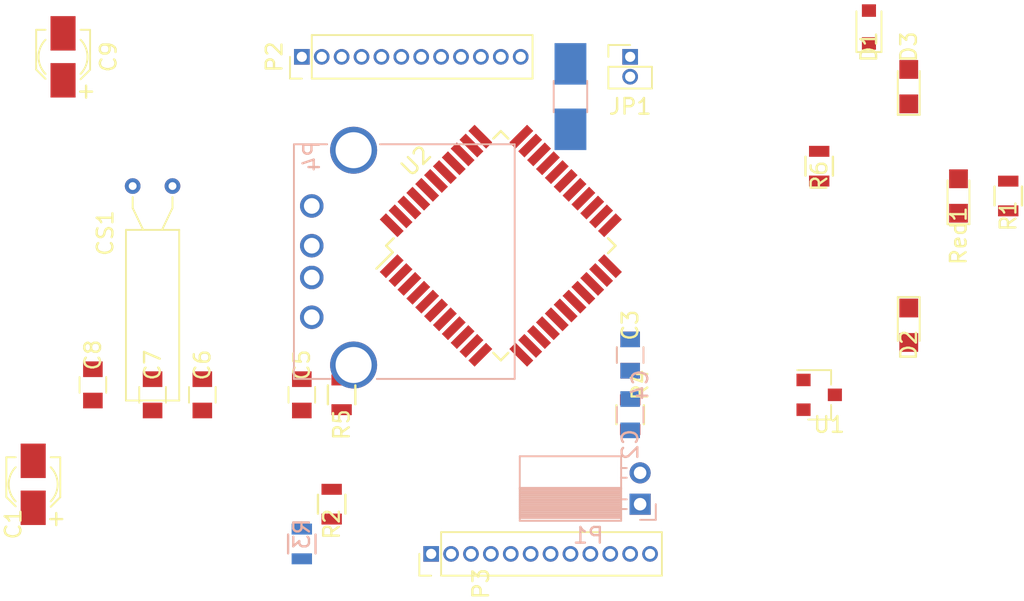
<source format=kicad_pcb>
(kicad_pcb (version 4) (host pcbnew 4.0.5)

  (general
    (links 78)
    (no_connects 78)
    (area 66.280667 38.975666 95.051 77.631001)
    (thickness 1.6)
    (drawings 6)
    (tracks 0)
    (zones 0)
    (modules 28)
    (nets 44)
  )

  (page A4)
  (layers
    (0 F.Cu signal)
    (31 B.Cu signal)
    (32 B.Adhes user)
    (33 F.Adhes user)
    (34 B.Paste user)
    (35 F.Paste user)
    (36 B.SilkS user)
    (37 F.SilkS user)
    (38 B.Mask user)
    (39 F.Mask user)
    (40 Dwgs.User user)
    (41 Cmts.User user)
    (42 Eco1.User user hide)
    (43 Eco2.User user)
    (44 Edge.Cuts user)
    (45 Margin user)
    (46 B.CrtYd user)
    (47 F.CrtYd user)
    (48 B.Fab user)
    (49 F.Fab user)
  )

  (setup
    (last_trace_width 0.006)
    (trace_clearance 0.006)
    (zone_clearance 0.508)
    (zone_45_only no)
    (trace_min 0.006)
    (segment_width 0.2)
    (edge_width 0.15)
    (via_size 0.0027)
    (via_drill 0.0013)
    (via_min_size 0.0027)
    (via_min_drill 0.0013)
    (uvia_size 0.003)
    (uvia_drill 0.002)
    (uvias_allowed no)
    (uvia_min_size 0.003)
    (uvia_min_drill 0.002)
    (pcb_text_width 0.3)
    (pcb_text_size 1.5 1.5)
    (mod_edge_width 0.15)
    (mod_text_size 1 1)
    (mod_text_width 0.15)
    (pad_size 1.524 1.524)
    (pad_drill 0.762)
    (pad_to_mask_clearance 0.2)
    (aux_axis_origin 0 0)
    (visible_elements FFFFFF7F)
    (pcbplotparams
      (layerselection 0x00030_80000001)
      (usegerberextensions false)
      (excludeedgelayer true)
      (linewidth 0.100000)
      (plotframeref false)
      (viasonmask false)
      (mode 1)
      (useauxorigin false)
      (hpglpennumber 1)
      (hpglpenspeed 20)
      (hpglpendiameter 15)
      (hpglpenoverlay 2)
      (psnegative false)
      (psa4output false)
      (plotreference true)
      (plotvalue true)
      (plotinvisibletext false)
      (padsonsilk false)
      (subtractmaskfromsilk false)
      (outputformat 1)
      (mirror false)
      (drillshape 1)
      (scaleselection 1)
      (outputdirectory ""))
  )

  (net 0 "")
  (net 1 GND)
  (net 2 /RAW)
  (net 3 VCC)
  (net 4 "Net-(C5-Pad1)")
  (net 5 "Net-(C6-Pad1)")
  (net 6 "Net-(C7-Pad1)")
  (net 7 "Net-(C8-Pad1)")
  (net 8 "Net-(D1-Pad2)")
  (net 9 "Net-(D2-Pad1)")
  (net 10 "Net-(D3-Pad1)")
  (net 11 /D9)
  (net 12 /D8)
  (net 13 /D7)
  (net 14 /D6)
  (net 15 /D5)
  (net 16 /D4)
  (net 17 /D3)
  (net 18 /D2)
  (net 19 /RXI)
  (net 20 /TX0)
  (net 21 "Net-(P3-Pad3)")
  (net 22 /A3)
  (net 23 /A2)
  (net 24 /A1)
  (net 25 /A0)
  (net 26 /SCK)
  (net 27 /MISO)
  (net 28 /MOSI)
  (net 29 /D10)
  (net 30 "Net-(P4-Pad3)")
  (net 31 "Net-(P4-Pad2)")
  (net 32 "Net-(R1-Pad2)")
  (net 33 /D+)
  (net 34 /D-)
  (net 35 "Net-(R4-Pad2)")
  (net 36 /D14)
  (net 37 "Net-(R6-Pad1)")
  (net 38 "Net-(U2-Pad12)")
  (net 39 "Net-(U2-Pad26)")
  (net 40 "Net-(U2-Pad32)")
  (net 41 "Net-(U2-Pad40)")
  (net 42 "Net-(U2-Pad41)")
  (net 43 /UVCC)

  (net_class Default "Esta é a classe de net default."
    (clearance 0.006)
    (trace_width 0.006)
    (via_dia 0.0027)
    (via_drill 0.0013)
    (uvia_dia 0.003)
    (uvia_drill 0.002)
    (add_net /A0)
    (add_net /A1)
    (add_net /A2)
    (add_net /A3)
    (add_net /D+)
    (add_net /D-)
    (add_net /D10)
    (add_net /D14)
    (add_net /D2)
    (add_net /D3)
    (add_net /D4)
    (add_net /D5)
    (add_net /D6)
    (add_net /D7)
    (add_net /D8)
    (add_net /D9)
    (add_net /MISO)
    (add_net /MOSI)
    (add_net /RAW)
    (add_net /RXI)
    (add_net /SCK)
    (add_net /TX0)
    (add_net /UVCC)
    (add_net "Net-(C5-Pad1)")
    (add_net "Net-(C6-Pad1)")
    (add_net "Net-(C7-Pad1)")
    (add_net "Net-(C8-Pad1)")
    (add_net "Net-(D1-Pad2)")
    (add_net "Net-(D2-Pad1)")
    (add_net "Net-(D3-Pad1)")
    (add_net "Net-(P3-Pad3)")
    (add_net "Net-(P4-Pad2)")
    (add_net "Net-(P4-Pad3)")
    (add_net "Net-(R1-Pad2)")
    (add_net "Net-(R4-Pad2)")
    (add_net "Net-(R6-Pad1)")
    (add_net "Net-(U2-Pad12)")
    (add_net "Net-(U2-Pad26)")
    (add_net "Net-(U2-Pad32)")
    (add_net "Net-(U2-Pad40)")
    (add_net "Net-(U2-Pad41)")
  )

  (net_class Power ""
    (clearance 0.006)
    (trace_width 0.01)
    (via_dia 0.034)
    (via_drill 0.02)
    (uvia_dia 0.03)
    (uvia_drill 0.02)
    (add_net GND)
    (add_net VCC)
  )

  (module Capacitors_SMD:CP_Elec_3x5.3 (layer F.Cu) (tedit 58A65AD9) (tstamp 58A64A24)
    (at 53.34 71.12 90)
    (descr "SMT capacitor, aluminium electrolytic, 3x5.3")
    (path /58A650FB)
    (attr smd)
    (fp_text reference C1 (at -2.54 -1.27 90) (layer F.SilkS)
      (effects (font (size 1 1) (thickness 0.15)))
    )
    (fp_text value 10uF (at -0.635 -1.27 90) (layer F.Fab) hide
      (effects (font (size 1 1) (thickness 0.15)))
    )
    (fp_line (start -1.5621 -0.7493) (end -1.5621 0.7747) (layer F.Fab) (width 0.1))
    (fp_line (start -0.7493 -1.5621) (end -1.5621 -0.7493) (layer F.Fab) (width 0.1))
    (fp_line (start -0.762 1.5748) (end -1.5621 0.7747) (layer F.Fab) (width 0.1))
    (fp_line (start 1.5748 1.5748) (end 1.5748 -1.5621) (layer F.Fab) (width 0.1))
    (fp_line (start 1.5621 1.5748) (end -0.762 1.5748) (layer F.Fab) (width 0.1))
    (fp_line (start 1.5748 -1.5621) (end -0.7493 -1.5621) (layer F.Fab) (width 0.1))
    (fp_line (start -0.8255 1.7272) (end -1.4351 1.1176) (layer F.SilkS) (width 0.12))
    (fp_line (start 1.7272 1.7272) (end 1.7272 1.1176) (layer F.SilkS) (width 0.12))
    (fp_line (start -0.8128 -1.7145) (end -1.4097 -1.1176) (layer F.SilkS) (width 0.12))
    (fp_line (start 1.7272 -1.7145) (end 1.7272 -1.1176) (layer F.SilkS) (width 0.12))
    (fp_text user + (at -0.9398 -0.0762 90) (layer F.Fab)
      (effects (font (size 1 1) (thickness 0.15)))
    )
    (fp_text user + (at -2.2225 1.397 90) (layer F.SilkS)
      (effects (font (size 1 1) (thickness 0.15)))
    )
    (fp_arc (start 0 0) (end -1.0922 -1.1176) (angle 88.7) (layer F.SilkS) (width 0.12))
    (fp_arc (start 0 0) (end 1.0922 1.1176) (angle 88.7) (layer F.SilkS) (width 0.12))
    (fp_line (start -2.8 2.05) (end 2.8 2.05) (layer F.CrtYd) (width 0.05))
    (fp_line (start 2.8 2.05) (end 2.8 -2.05) (layer F.CrtYd) (width 0.05))
    (fp_line (start 2.8 -2.05) (end -2.8 -2.05) (layer F.CrtYd) (width 0.05))
    (fp_line (start -2.8 -2.05) (end -2.8 2.05) (layer F.CrtYd) (width 0.05))
    (fp_line (start -0.8255 1.7272) (end 1.7145 1.7272) (layer F.SilkS) (width 0.12))
    (fp_line (start 1.7272 -1.7145) (end -0.8128 -1.7145) (layer F.SilkS) (width 0.12))
    (pad 2 smd rect (at 1.5 0 90) (size 2.2 1.6) (layers F.Cu F.Paste F.Mask)
      (net 1 GND))
    (pad 1 smd rect (at -1.5 0 90) (size 2.2 1.6) (layers F.Cu F.Paste F.Mask)
      (net 2 /RAW))
    (model Capacitors_SMD.3dshapes/CP_Elec_3x5.3.wrl
      (at (xyz 0 0 0))
      (scale (xyz 1 1 1))
      (rotate (xyz 0 0 180))
    )
  )

  (module Capacitors_SMD:C_0805 (layer B.Cu) (tedit 58A65A9C) (tstamp 58A64A2A)
    (at 91.44 66.675 270)
    (descr "Capacitor SMD 0805, reflow soldering, AVX (see smccp.pdf)")
    (tags "capacitor 0805")
    (path /58A35373)
    (attr smd)
    (fp_text reference C2 (at 1.905 0 270) (layer B.SilkS)
      (effects (font (size 1 1) (thickness 0.15)) (justify mirror))
    )
    (fp_text value 1uF (at 0 -2.1 270) (layer B.Fab) hide
      (effects (font (size 1 1) (thickness 0.15)) (justify mirror))
    )
    (fp_line (start -1 -0.625) (end -1 0.625) (layer B.Fab) (width 0.1))
    (fp_line (start 1 -0.625) (end -1 -0.625) (layer B.Fab) (width 0.1))
    (fp_line (start 1 0.625) (end 1 -0.625) (layer B.Fab) (width 0.1))
    (fp_line (start -1 0.625) (end 1 0.625) (layer B.Fab) (width 0.1))
    (fp_line (start -1.8 1) (end 1.8 1) (layer B.CrtYd) (width 0.05))
    (fp_line (start -1.8 -1) (end 1.8 -1) (layer B.CrtYd) (width 0.05))
    (fp_line (start -1.8 1) (end -1.8 -1) (layer B.CrtYd) (width 0.05))
    (fp_line (start 1.8 1) (end 1.8 -1) (layer B.CrtYd) (width 0.05))
    (fp_line (start 0.5 0.85) (end -0.5 0.85) (layer B.SilkS) (width 0.12))
    (fp_line (start -0.5 -0.85) (end 0.5 -0.85) (layer B.SilkS) (width 0.12))
    (pad 1 smd rect (at -1 0 270) (size 1 1.25) (layers B.Cu B.Paste B.Mask)
      (net 3 VCC))
    (pad 2 smd rect (at 1 0 270) (size 1 1.25) (layers B.Cu B.Paste B.Mask)
      (net 1 GND))
    (model Capacitors_SMD.3dshapes/C_0805.wrl
      (at (xyz 0 0 0))
      (scale (xyz 1 1 1))
      (rotate (xyz 0 0 0))
    )
  )

  (module Capacitors_SMD:C_0805 (layer F.Cu) (tedit 58A65AA8) (tstamp 58A64A30)
    (at 91.44 62.865 90)
    (descr "Capacitor SMD 0805, reflow soldering, AVX (see smccp.pdf)")
    (tags "capacitor 0805")
    (path /58A3539E)
    (attr smd)
    (fp_text reference C3 (at 1.905 0 90) (layer F.SilkS)
      (effects (font (size 1 1) (thickness 0.15)))
    )
    (fp_text value 0,1uF (at 0 2.1 90) (layer F.Fab) hide
      (effects (font (size 1 1) (thickness 0.15)))
    )
    (fp_line (start -1 0.625) (end -1 -0.625) (layer F.Fab) (width 0.1))
    (fp_line (start 1 0.625) (end -1 0.625) (layer F.Fab) (width 0.1))
    (fp_line (start 1 -0.625) (end 1 0.625) (layer F.Fab) (width 0.1))
    (fp_line (start -1 -0.625) (end 1 -0.625) (layer F.Fab) (width 0.1))
    (fp_line (start -1.8 -1) (end 1.8 -1) (layer F.CrtYd) (width 0.05))
    (fp_line (start -1.8 1) (end 1.8 1) (layer F.CrtYd) (width 0.05))
    (fp_line (start -1.8 -1) (end -1.8 1) (layer F.CrtYd) (width 0.05))
    (fp_line (start 1.8 -1) (end 1.8 1) (layer F.CrtYd) (width 0.05))
    (fp_line (start 0.5 -0.85) (end -0.5 -0.85) (layer F.SilkS) (width 0.12))
    (fp_line (start -0.5 0.85) (end 0.5 0.85) (layer F.SilkS) (width 0.12))
    (pad 1 smd rect (at -1 0 90) (size 1 1.25) (layers F.Cu F.Paste F.Mask)
      (net 3 VCC))
    (pad 2 smd rect (at 1 0 90) (size 1 1.25) (layers F.Cu F.Paste F.Mask)
      (net 1 GND))
    (model Capacitors_SMD.3dshapes/C_0805.wrl
      (at (xyz 0 0 0))
      (scale (xyz 1 1 1))
      (rotate (xyz 0 0 0))
    )
  )

  (module Capacitors_SMD:C_0805 (layer B.Cu) (tedit 58A65DA7) (tstamp 58A64A36)
    (at 91.44 62.865 270)
    (descr "Capacitor SMD 0805, reflow soldering, AVX (see smccp.pdf)")
    (tags "capacitor 0805")
    (path /58A3826B)
    (attr smd)
    (fp_text reference C4 (at 1.905 -0.635 270) (layer B.SilkS)
      (effects (font (size 1 1) (thickness 0.15)) (justify mirror))
    )
    (fp_text value 1uF (at 0 -2.1 270) (layer B.Fab) hide
      (effects (font (size 1 1) (thickness 0.15)) (justify mirror))
    )
    (fp_line (start -1 -0.625) (end -1 0.625) (layer B.Fab) (width 0.1))
    (fp_line (start 1 -0.625) (end -1 -0.625) (layer B.Fab) (width 0.1))
    (fp_line (start 1 0.625) (end 1 -0.625) (layer B.Fab) (width 0.1))
    (fp_line (start -1 0.625) (end 1 0.625) (layer B.Fab) (width 0.1))
    (fp_line (start -1.8 1) (end 1.8 1) (layer B.CrtYd) (width 0.05))
    (fp_line (start -1.8 -1) (end 1.8 -1) (layer B.CrtYd) (width 0.05))
    (fp_line (start -1.8 1) (end -1.8 -1) (layer B.CrtYd) (width 0.05))
    (fp_line (start 1.8 1) (end 1.8 -1) (layer B.CrtYd) (width 0.05))
    (fp_line (start 0.5 0.85) (end -0.5 0.85) (layer B.SilkS) (width 0.12))
    (fp_line (start -0.5 -0.85) (end 0.5 -0.85) (layer B.SilkS) (width 0.12))
    (pad 1 smd rect (at -1 0 270) (size 1 1.25) (layers B.Cu B.Paste B.Mask)
      (net 43 /UVCC))
    (pad 2 smd rect (at 1 0 270) (size 1 1.25) (layers B.Cu B.Paste B.Mask)
      (net 1 GND))
    (model Capacitors_SMD.3dshapes/C_0805.wrl
      (at (xyz 0 0 0))
      (scale (xyz 1 1 1))
      (rotate (xyz 0 0 0))
    )
  )

  (module Capacitors_SMD:C_0805 (layer F.Cu) (tedit 58A65A79) (tstamp 58A64A3C)
    (at 70.485 65.405 270)
    (descr "Capacitor SMD 0805, reflow soldering, AVX (see smccp.pdf)")
    (tags "capacitor 0805")
    (path /58A382EE)
    (attr smd)
    (fp_text reference C5 (at -1.905 0 270) (layer F.SilkS)
      (effects (font (size 1 1) (thickness 0.15)))
    )
    (fp_text value 1uF (at 0 2.1 270) (layer F.Fab) hide
      (effects (font (size 1 1) (thickness 0.15)))
    )
    (fp_line (start -1 0.625) (end -1 -0.625) (layer F.Fab) (width 0.1))
    (fp_line (start 1 0.625) (end -1 0.625) (layer F.Fab) (width 0.1))
    (fp_line (start 1 -0.625) (end 1 0.625) (layer F.Fab) (width 0.1))
    (fp_line (start -1 -0.625) (end 1 -0.625) (layer F.Fab) (width 0.1))
    (fp_line (start -1.8 -1) (end 1.8 -1) (layer F.CrtYd) (width 0.05))
    (fp_line (start -1.8 1) (end 1.8 1) (layer F.CrtYd) (width 0.05))
    (fp_line (start -1.8 -1) (end -1.8 1) (layer F.CrtYd) (width 0.05))
    (fp_line (start 1.8 -1) (end 1.8 1) (layer F.CrtYd) (width 0.05))
    (fp_line (start 0.5 -0.85) (end -0.5 -0.85) (layer F.SilkS) (width 0.12))
    (fp_line (start -0.5 0.85) (end 0.5 0.85) (layer F.SilkS) (width 0.12))
    (pad 1 smd rect (at -1 0 270) (size 1 1.25) (layers F.Cu F.Paste F.Mask)
      (net 4 "Net-(C5-Pad1)"))
    (pad 2 smd rect (at 1 0 270) (size 1 1.25) (layers F.Cu F.Paste F.Mask)
      (net 1 GND))
    (model Capacitors_SMD.3dshapes/C_0805.wrl
      (at (xyz 0 0 0))
      (scale (xyz 1 1 1))
      (rotate (xyz 0 0 0))
    )
  )

  (module Capacitors_SMD:C_0805 (layer F.Cu) (tedit 58A65A7D) (tstamp 58A64A42)
    (at 64.135 65.405 270)
    (descr "Capacitor SMD 0805, reflow soldering, AVX (see smccp.pdf)")
    (tags "capacitor 0805")
    (path /58A3820C)
    (attr smd)
    (fp_text reference C6 (at -1.905 0 270) (layer F.SilkS)
      (effects (font (size 1 1) (thickness 0.15)))
    )
    (fp_text value 0,1uF (at 0 2.1 270) (layer F.Fab) hide
      (effects (font (size 1 1) (thickness 0.15)))
    )
    (fp_line (start -1 0.625) (end -1 -0.625) (layer F.Fab) (width 0.1))
    (fp_line (start 1 0.625) (end -1 0.625) (layer F.Fab) (width 0.1))
    (fp_line (start 1 -0.625) (end 1 0.625) (layer F.Fab) (width 0.1))
    (fp_line (start -1 -0.625) (end 1 -0.625) (layer F.Fab) (width 0.1))
    (fp_line (start -1.8 -1) (end 1.8 -1) (layer F.CrtYd) (width 0.05))
    (fp_line (start -1.8 1) (end 1.8 1) (layer F.CrtYd) (width 0.05))
    (fp_line (start -1.8 -1) (end -1.8 1) (layer F.CrtYd) (width 0.05))
    (fp_line (start 1.8 -1) (end 1.8 1) (layer F.CrtYd) (width 0.05))
    (fp_line (start 0.5 -0.85) (end -0.5 -0.85) (layer F.SilkS) (width 0.12))
    (fp_line (start -0.5 0.85) (end 0.5 0.85) (layer F.SilkS) (width 0.12))
    (pad 1 smd rect (at -1 0 270) (size 1 1.25) (layers F.Cu F.Paste F.Mask)
      (net 5 "Net-(C6-Pad1)"))
    (pad 2 smd rect (at 1 0 270) (size 1 1.25) (layers F.Cu F.Paste F.Mask)
      (net 1 GND))
    (model Capacitors_SMD.3dshapes/C_0805.wrl
      (at (xyz 0 0 0))
      (scale (xyz 1 1 1))
      (rotate (xyz 0 0 0))
    )
  )

  (module Capacitors_SMD:C_0805 (layer F.Cu) (tedit 58A65A81) (tstamp 58A64A48)
    (at 60.96 65.405 270)
    (descr "Capacitor SMD 0805, reflow soldering, AVX (see smccp.pdf)")
    (tags "capacitor 0805")
    (path /58A38342)
    (attr smd)
    (fp_text reference C7 (at -1.905 0 270) (layer F.SilkS)
      (effects (font (size 1 1) (thickness 0.15)))
    )
    (fp_text value 22pF (at 0 2.1 270) (layer F.Fab) hide
      (effects (font (size 1 1) (thickness 0.15)))
    )
    (fp_line (start -1 0.625) (end -1 -0.625) (layer F.Fab) (width 0.1))
    (fp_line (start 1 0.625) (end -1 0.625) (layer F.Fab) (width 0.1))
    (fp_line (start 1 -0.625) (end 1 0.625) (layer F.Fab) (width 0.1))
    (fp_line (start -1 -0.625) (end 1 -0.625) (layer F.Fab) (width 0.1))
    (fp_line (start -1.8 -1) (end 1.8 -1) (layer F.CrtYd) (width 0.05))
    (fp_line (start -1.8 1) (end 1.8 1) (layer F.CrtYd) (width 0.05))
    (fp_line (start -1.8 -1) (end -1.8 1) (layer F.CrtYd) (width 0.05))
    (fp_line (start 1.8 -1) (end 1.8 1) (layer F.CrtYd) (width 0.05))
    (fp_line (start 0.5 -0.85) (end -0.5 -0.85) (layer F.SilkS) (width 0.12))
    (fp_line (start -0.5 0.85) (end 0.5 0.85) (layer F.SilkS) (width 0.12))
    (pad 1 smd rect (at -1 0 270) (size 1 1.25) (layers F.Cu F.Paste F.Mask)
      (net 6 "Net-(C7-Pad1)"))
    (pad 2 smd rect (at 1 0 270) (size 1 1.25) (layers F.Cu F.Paste F.Mask)
      (net 1 GND))
    (model Capacitors_SMD.3dshapes/C_0805.wrl
      (at (xyz 0 0 0))
      (scale (xyz 1 1 1))
      (rotate (xyz 0 0 0))
    )
  )

  (module Capacitors_SMD:C_0805 (layer F.Cu) (tedit 58A65A85) (tstamp 58A64A4E)
    (at 57.15 64.77 270)
    (descr "Capacitor SMD 0805, reflow soldering, AVX (see smccp.pdf)")
    (tags "capacitor 0805")
    (path /58A38388)
    (attr smd)
    (fp_text reference C8 (at -1.905 0 270) (layer F.SilkS)
      (effects (font (size 1 1) (thickness 0.15)))
    )
    (fp_text value 22pF (at 0 2.1 270) (layer F.Fab) hide
      (effects (font (size 1 1) (thickness 0.15)))
    )
    (fp_line (start -1 0.625) (end -1 -0.625) (layer F.Fab) (width 0.1))
    (fp_line (start 1 0.625) (end -1 0.625) (layer F.Fab) (width 0.1))
    (fp_line (start 1 -0.625) (end 1 0.625) (layer F.Fab) (width 0.1))
    (fp_line (start -1 -0.625) (end 1 -0.625) (layer F.Fab) (width 0.1))
    (fp_line (start -1.8 -1) (end 1.8 -1) (layer F.CrtYd) (width 0.05))
    (fp_line (start -1.8 1) (end 1.8 1) (layer F.CrtYd) (width 0.05))
    (fp_line (start -1.8 -1) (end -1.8 1) (layer F.CrtYd) (width 0.05))
    (fp_line (start 1.8 -1) (end 1.8 1) (layer F.CrtYd) (width 0.05))
    (fp_line (start 0.5 -0.85) (end -0.5 -0.85) (layer F.SilkS) (width 0.12))
    (fp_line (start -0.5 0.85) (end 0.5 0.85) (layer F.SilkS) (width 0.12))
    (pad 1 smd rect (at -1 0 270) (size 1 1.25) (layers F.Cu F.Paste F.Mask)
      (net 7 "Net-(C8-Pad1)"))
    (pad 2 smd rect (at 1 0 270) (size 1 1.25) (layers F.Cu F.Paste F.Mask)
      (net 1 GND))
    (model Capacitors_SMD.3dshapes/C_0805.wrl
      (at (xyz 0 0 0))
      (scale (xyz 1 1 1))
      (rotate (xyz 0 0 0))
    )
  )

  (module Capacitors_SMD:CP_Elec_3x5.3 (layer F.Cu) (tedit 58A66244) (tstamp 58A64A54)
    (at 55.245 43.815 90)
    (descr "SMT capacitor, aluminium electrolytic, 3x5.3")
    (path /58A6554E)
    (attr smd)
    (fp_text reference C9 (at 0 2.8956 90) (layer F.SilkS)
      (effects (font (size 1 1) (thickness 0.15)))
    )
    (fp_text value 10uF (at -0.0254 -2.8956 90) (layer F.Fab) hide
      (effects (font (size 1 1) (thickness 0.15)))
    )
    (fp_line (start -1.5621 -0.7493) (end -1.5621 0.7747) (layer F.Fab) (width 0.1))
    (fp_line (start -0.7493 -1.5621) (end -1.5621 -0.7493) (layer F.Fab) (width 0.1))
    (fp_line (start -0.762 1.5748) (end -1.5621 0.7747) (layer F.Fab) (width 0.1))
    (fp_line (start 1.5748 1.5748) (end 1.5748 -1.5621) (layer F.Fab) (width 0.1))
    (fp_line (start 1.5621 1.5748) (end -0.762 1.5748) (layer F.Fab) (width 0.1))
    (fp_line (start 1.5748 -1.5621) (end -0.7493 -1.5621) (layer F.Fab) (width 0.1))
    (fp_line (start -0.8255 1.7272) (end -1.4351 1.1176) (layer F.SilkS) (width 0.12))
    (fp_line (start 1.7272 1.7272) (end 1.7272 1.1176) (layer F.SilkS) (width 0.12))
    (fp_line (start -0.8128 -1.7145) (end -1.4097 -1.1176) (layer F.SilkS) (width 0.12))
    (fp_line (start 1.7272 -1.7145) (end 1.7272 -1.1176) (layer F.SilkS) (width 0.12))
    (fp_text user + (at -0.9398 -0.0762 90) (layer F.Fab)
      (effects (font (size 1 1) (thickness 0.15)))
    )
    (fp_text user + (at -2.2225 1.397 90) (layer F.SilkS)
      (effects (font (size 1 1) (thickness 0.15)))
    )
    (fp_arc (start 0 0) (end -1.0922 -1.1176) (angle 88.7) (layer F.SilkS) (width 0.12))
    (fp_arc (start 0 0) (end 1.0922 1.1176) (angle 88.7) (layer F.SilkS) (width 0.12))
    (fp_line (start -2.8 2.05) (end 2.8 2.05) (layer F.CrtYd) (width 0.05))
    (fp_line (start 2.8 2.05) (end 2.8 -2.05) (layer F.CrtYd) (width 0.05))
    (fp_line (start 2.8 -2.05) (end -2.8 -2.05) (layer F.CrtYd) (width 0.05))
    (fp_line (start -2.8 -2.05) (end -2.8 2.05) (layer F.CrtYd) (width 0.05))
    (fp_line (start -0.8255 1.7272) (end 1.7145 1.7272) (layer F.SilkS) (width 0.12))
    (fp_line (start 1.7272 -1.7145) (end -0.8128 -1.7145) (layer F.SilkS) (width 0.12))
    (pad 2 smd rect (at 1.5 0 90) (size 2.2 1.6) (layers F.Cu F.Paste F.Mask)
      (net 1 GND))
    (pad 1 smd rect (at -1.5 0 90) (size 2.2 1.6) (layers F.Cu F.Paste F.Mask)
      (net 3 VCC))
    (model Capacitors_SMD.3dshapes/CP_Elec_3x5.3.wrl
      (at (xyz 0 0 0))
      (scale (xyz 1 1 1))
      (rotate (xyz 0 0 180))
    )
  )

  (module Crystals:Crystal_AT310_d3.0mm_l10.0mm_Horizontal (layer F.Cu) (tedit 58A65E99) (tstamp 58A64A5A)
    (at 59.69 52.07)
    (descr "Crystal THT AT310 10.0mm-10.5mm length 3.0mm diameter")
    (tags ['AT310'])
    (path /58A4D9C0)
    (fp_text reference CS1 (at -1.75 3 90) (layer F.SilkS)
      (effects (font (size 1 1) (thickness 0.15)))
    )
    (fp_text value 16MHz (at 4.29 3 90) (layer F.Fab) hide
      (effects (font (size 1 1) (thickness 0.15)))
    )
    (fp_line (start -0.23 3) (end -0.23 13.5) (layer F.Fab) (width 0.1))
    (fp_line (start -0.23 13.5) (end 2.77 13.5) (layer F.Fab) (width 0.1))
    (fp_line (start 2.77 13.5) (end 2.77 3) (layer F.Fab) (width 0.1))
    (fp_line (start 2.77 3) (end -0.23 3) (layer F.Fab) (width 0.1))
    (fp_line (start 0.67 3) (end 0 1.5) (layer F.Fab) (width 0.1))
    (fp_line (start 0 1.5) (end 0 0) (layer F.Fab) (width 0.1))
    (fp_line (start 1.87 3) (end 2.54 1.5) (layer F.Fab) (width 0.1))
    (fp_line (start 2.54 1.5) (end 2.54 0) (layer F.Fab) (width 0.1))
    (fp_line (start -0.43 2.8) (end -0.43 13.7) (layer F.SilkS) (width 0.12))
    (fp_line (start -0.43 13.7) (end 2.97 13.7) (layer F.SilkS) (width 0.12))
    (fp_line (start 2.97 13.7) (end 2.97 2.8) (layer F.SilkS) (width 0.12))
    (fp_line (start 2.97 2.8) (end -0.43 2.8) (layer F.SilkS) (width 0.12))
    (fp_line (start 0.67 2.8) (end 0 1.4) (layer F.SilkS) (width 0.12))
    (fp_line (start 0 1.4) (end 0 0.7) (layer F.SilkS) (width 0.12))
    (fp_line (start 1.87 2.8) (end 2.54 1.4) (layer F.SilkS) (width 0.12))
    (fp_line (start 2.54 1.4) (end 2.54 0.7) (layer F.SilkS) (width 0.12))
    (fp_line (start -1 -0.8) (end -1 14.3) (layer F.CrtYd) (width 0.05))
    (fp_line (start -1 14.3) (end 3.6 14.3) (layer F.CrtYd) (width 0.05))
    (fp_line (start 3.6 14.3) (end 3.6 -0.8) (layer F.CrtYd) (width 0.05))
    (fp_line (start 3.6 -0.8) (end -1 -0.8) (layer F.CrtYd) (width 0.05))
    (pad 1 thru_hole circle (at 0 0) (size 1 1) (drill 0.5) (layers *.Cu *.Mask)
      (net 6 "Net-(C7-Pad1)"))
    (pad 2 thru_hole circle (at 2.54 0) (size 1 1) (drill 0.5) (layers *.Cu *.Mask)
      (net 7 "Net-(C8-Pad1)"))
    (model Crystals.3dshapes/Crystal_AT310_d3.0mm_l10.0mm_Horizontal.wrl
      (at (xyz 0.05 0 0))
      (scale (xyz 1 1 1))
      (rotate (xyz 0 0 0))
    )
  )

  (module Diodes_SMD:D_0805 (layer F.Cu) (tedit 58A65C19) (tstamp 58A64A60)
    (at 106.68 41.91 90)
    (descr "Diode SMD in 0805 package")
    (tags "smd diode")
    (path /58A357BA)
    (attr smd)
    (fp_text reference D1 (at -1.27 0 90) (layer F.SilkS)
      (effects (font (size 1 1) (thickness 0.15)))
    )
    (fp_text value D (at 0 -1.6 90) (layer F.Fab) hide
      (effects (font (size 1 1) (thickness 0.15)))
    )
    (fp_line (start -1.6 -0.8) (end -1.6 0.8) (layer F.SilkS) (width 0.12))
    (fp_line (start -1.7 0.88) (end -1.7 -0.88) (layer F.CrtYd) (width 0.05))
    (fp_line (start 1.7 0.88) (end -1.7 0.88) (layer F.CrtYd) (width 0.05))
    (fp_line (start 1.7 -0.88) (end 1.7 0.88) (layer F.CrtYd) (width 0.05))
    (fp_line (start -1.7 -0.88) (end 1.7 -0.88) (layer F.CrtYd) (width 0.05))
    (fp_line (start 0.2 0) (end 0.4 0) (layer F.Fab) (width 0.1))
    (fp_line (start -0.1 0) (end -0.3 0) (layer F.Fab) (width 0.1))
    (fp_line (start -0.1 -0.2) (end -0.1 0.2) (layer F.Fab) (width 0.1))
    (fp_line (start 0.2 0.2) (end 0.2 -0.2) (layer F.Fab) (width 0.1))
    (fp_line (start -0.1 0) (end 0.2 0.2) (layer F.Fab) (width 0.1))
    (fp_line (start 0.2 -0.2) (end -0.1 0) (layer F.Fab) (width 0.1))
    (fp_line (start -1 0.625) (end -1 -0.625) (layer F.Fab) (width 0.1))
    (fp_line (start 1 0.625) (end -1 0.625) (layer F.Fab) (width 0.1))
    (fp_line (start 1 -0.625) (end 1 0.625) (layer F.Fab) (width 0.1))
    (fp_line (start -1 -0.625) (end 1 -0.625) (layer F.Fab) (width 0.1))
    (fp_line (start -1.6 0.8) (end 1 0.8) (layer F.SilkS) (width 0.12))
    (fp_line (start -1.6 -0.8) (end 1 -0.8) (layer F.SilkS) (width 0.12))
    (pad 1 smd rect (at -1.05 0 90) (size 0.8 0.9) (layers F.Cu F.Paste F.Mask)
      (net 2 /RAW))
    (pad 2 smd rect (at 1.05 0 90) (size 0.8 0.9) (layers F.Cu F.Paste F.Mask)
      (net 8 "Net-(D1-Pad2)"))
  )

  (module LEDs:LED_0805 (layer F.Cu) (tedit 58A65C0F) (tstamp 58A64A66)
    (at 109.22 60.96 270)
    (descr "LED 0805 smd package")
    (tags "LED led 0805 SMD smd SMT smt smdled SMDLED smtled SMTLED")
    (path /58A393A0)
    (attr smd)
    (fp_text reference D2 (at 1.27 0 270) (layer F.SilkS)
      (effects (font (size 1 1) (thickness 0.15)))
    )
    (fp_text value Yellow (at 0 1.55 270) (layer F.Fab) hide
      (effects (font (size 1 1) (thickness 0.15)))
    )
    (fp_line (start -1.8 -0.7) (end -1.8 0.7) (layer F.SilkS) (width 0.12))
    (fp_line (start -0.4 -0.4) (end -0.4 0.4) (layer F.Fab) (width 0.1))
    (fp_line (start -0.4 0) (end 0.2 -0.4) (layer F.Fab) (width 0.1))
    (fp_line (start 0.2 0.4) (end -0.4 0) (layer F.Fab) (width 0.1))
    (fp_line (start 0.2 -0.4) (end 0.2 0.4) (layer F.Fab) (width 0.1))
    (fp_line (start 1 0.6) (end -1 0.6) (layer F.Fab) (width 0.1))
    (fp_line (start 1 -0.6) (end 1 0.6) (layer F.Fab) (width 0.1))
    (fp_line (start -1 -0.6) (end 1 -0.6) (layer F.Fab) (width 0.1))
    (fp_line (start -1 0.6) (end -1 -0.6) (layer F.Fab) (width 0.1))
    (fp_line (start -1.8 0.7) (end 1 0.7) (layer F.SilkS) (width 0.12))
    (fp_line (start -1.8 -0.7) (end 1 -0.7) (layer F.SilkS) (width 0.12))
    (fp_line (start 1.95 -0.85) (end 1.95 0.85) (layer F.CrtYd) (width 0.05))
    (fp_line (start 1.95 0.85) (end -1.95 0.85) (layer F.CrtYd) (width 0.05))
    (fp_line (start -1.95 0.85) (end -1.95 -0.85) (layer F.CrtYd) (width 0.05))
    (fp_line (start -1.95 -0.85) (end 1.95 -0.85) (layer F.CrtYd) (width 0.05))
    (pad 2 smd rect (at 1.1 0 90) (size 1.2 1.2) (layers F.Cu F.Paste F.Mask)
      (net 3 VCC))
    (pad 1 smd rect (at -1.1 0 90) (size 1.2 1.2) (layers F.Cu F.Paste F.Mask)
      (net 9 "Net-(D2-Pad1)"))
    (model LEDs.3dshapes/LED_0805.wrl
      (at (xyz 0 0 0))
      (scale (xyz 1 1 1))
      (rotate (xyz 0 0 180))
    )
  )

  (module LEDs:LED_0805 (layer F.Cu) (tedit 58A658C6) (tstamp 58A64A6C)
    (at 109.22 45.72 90)
    (descr "LED 0805 smd package")
    (tags "LED led 0805 SMD smd SMT smt smdled SMDLED smtled SMTLED")
    (path /58A39304)
    (attr smd)
    (fp_text reference D3 (at 2.54 0 90) (layer F.SilkS)
      (effects (font (size 1 1) (thickness 0.15)))
    )
    (fp_text value Green (at 0 1.55 90) (layer F.Fab) hide
      (effects (font (size 1 1) (thickness 0.15)))
    )
    (fp_line (start -1.8 -0.7) (end -1.8 0.7) (layer F.SilkS) (width 0.12))
    (fp_line (start -0.4 -0.4) (end -0.4 0.4) (layer F.Fab) (width 0.1))
    (fp_line (start -0.4 0) (end 0.2 -0.4) (layer F.Fab) (width 0.1))
    (fp_line (start 0.2 0.4) (end -0.4 0) (layer F.Fab) (width 0.1))
    (fp_line (start 0.2 -0.4) (end 0.2 0.4) (layer F.Fab) (width 0.1))
    (fp_line (start 1 0.6) (end -1 0.6) (layer F.Fab) (width 0.1))
    (fp_line (start 1 -0.6) (end 1 0.6) (layer F.Fab) (width 0.1))
    (fp_line (start -1 -0.6) (end 1 -0.6) (layer F.Fab) (width 0.1))
    (fp_line (start -1 0.6) (end -1 -0.6) (layer F.Fab) (width 0.1))
    (fp_line (start -1.8 0.7) (end 1 0.7) (layer F.SilkS) (width 0.12))
    (fp_line (start -1.8 -0.7) (end 1 -0.7) (layer F.SilkS) (width 0.12))
    (fp_line (start 1.95 -0.85) (end 1.95 0.85) (layer F.CrtYd) (width 0.05))
    (fp_line (start 1.95 0.85) (end -1.95 0.85) (layer F.CrtYd) (width 0.05))
    (fp_line (start -1.95 0.85) (end -1.95 -0.85) (layer F.CrtYd) (width 0.05))
    (fp_line (start -1.95 -0.85) (end 1.95 -0.85) (layer F.CrtYd) (width 0.05))
    (pad 2 smd rect (at 1.1 0 270) (size 1.2 1.2) (layers F.Cu F.Paste F.Mask)
      (net 3 VCC))
    (pad 1 smd rect (at -1.1 0 270) (size 1.2 1.2) (layers F.Cu F.Paste F.Mask)
      (net 10 "Net-(D3-Pad1)"))
    (model LEDs.3dshapes/LED_0805.wrl
      (at (xyz 0 0 0))
      (scale (xyz 1 1 1))
      (rotate (xyz 0 0 180))
    )
  )

  (module Fuse_Holders_and_Fuses:Fuse_SMD1206_HandSoldering (layer B.Cu) (tedit 58A65C67) (tstamp 58A64A72)
    (at 87.63 46.355 270)
    (descr "Fuse, Sicherung, SMD1206, Littlefuse-Wickmann 433 Series, Hand Soldering,")
    (tags "Fuse Sicherung SMD1206 Littlefuse-Wickmann 433 Series Hand Soldering ")
    (path /58A3C250)
    (attr smd)
    (fp_text reference Fuse1 (at -0.05 2.2 270) (layer B.SilkS) hide
      (effects (font (size 1 1) (thickness 0.15)) (justify mirror))
    )
    (fp_text value 500mA (at -0.15 -2.5 270) (layer B.Fab)
      (effects (font (size 1 1) (thickness 0.15)) (justify mirror))
    )
    (fp_line (start -1.6 -0.8) (end -1.6 0.8) (layer B.Fab) (width 0.1))
    (fp_line (start 1.6 -0.8) (end -1.6 -0.8) (layer B.Fab) (width 0.1))
    (fp_line (start 1.6 0.8) (end 1.6 -0.8) (layer B.Fab) (width 0.1))
    (fp_line (start -1.6 0.8) (end 1.6 0.8) (layer B.Fab) (width 0.1))
    (fp_line (start 1 -1.07) (end -1 -1.07) (layer B.SilkS) (width 0.12))
    (fp_line (start -1 1.07) (end 1 1.07) (layer B.SilkS) (width 0.12))
    (fp_line (start -3.35 1.58) (end 3.35 1.58) (layer B.CrtYd) (width 0.05))
    (fp_line (start -3.35 1.58) (end -3.35 -1.58) (layer B.CrtYd) (width 0.05))
    (fp_line (start 3.35 -1.58) (end 3.35 1.58) (layer B.CrtYd) (width 0.05))
    (fp_line (start 3.35 -1.58) (end -3.35 -1.58) (layer B.CrtYd) (width 0.05))
    (pad 1 smd rect (at -2.09 0 180) (size 2.03 2.65) (layers B.Cu B.Paste B.Mask)
      (net 43 /UVCC))
    (pad 2 smd rect (at 2.09 0 180) (size 2.03 2.65) (layers B.Cu B.Paste B.Mask)
      (net 8 "Net-(D1-Pad2)"))
  )

  (module Pin_Headers:Pin_Header_Straight_1x02_Pitch1.27mm (layer F.Cu) (tedit 58A65C1D) (tstamp 58A64A78)
    (at 91.44 43.815)
    (descr "Through hole straight pin header, 1x02, 1.27mm pitch, single row")
    (tags "Through hole pin header THT 1x02 1.27mm single row")
    (path /58A35537)
    (fp_text reference JP1 (at 0 3.175) (layer F.SilkS)
      (effects (font (size 1 1) (thickness 0.15)))
    )
    (fp_text value Jumper (at 0 3.025) (layer F.Fab) hide
      (effects (font (size 1 1) (thickness 0.15)))
    )
    (fp_line (start -1.27 -0.635) (end -1.27 1.905) (layer F.Fab) (width 0.1))
    (fp_line (start -1.27 1.905) (end 1.27 1.905) (layer F.Fab) (width 0.1))
    (fp_line (start 1.27 1.905) (end 1.27 -0.635) (layer F.Fab) (width 0.1))
    (fp_line (start 1.27 -0.635) (end -1.27 -0.635) (layer F.Fab) (width 0.1))
    (fp_line (start -1.39 0.635) (end -1.39 2.025) (layer F.SilkS) (width 0.12))
    (fp_line (start -1.39 2.025) (end 1.39 2.025) (layer F.SilkS) (width 0.12))
    (fp_line (start 1.39 2.025) (end 1.39 0.635) (layer F.SilkS) (width 0.12))
    (fp_line (start 1.39 0.635) (end -1.39 0.635) (layer F.SilkS) (width 0.12))
    (fp_line (start -1.39 0) (end -1.39 -0.755) (layer F.SilkS) (width 0.12))
    (fp_line (start -1.39 -0.755) (end 0 -0.755) (layer F.SilkS) (width 0.12))
    (fp_line (start -1.6 -0.9) (end -1.6 2.2) (layer F.CrtYd) (width 0.05))
    (fp_line (start -1.6 2.2) (end 1.6 2.2) (layer F.CrtYd) (width 0.05))
    (fp_line (start 1.6 2.2) (end 1.6 -0.9) (layer F.CrtYd) (width 0.05))
    (fp_line (start 1.6 -0.9) (end -1.6 -0.9) (layer F.CrtYd) (width 0.05))
    (pad 1 thru_hole rect (at 0 0) (size 1 1) (drill 0.65) (layers *.Cu *.Mask)
      (net 8 "Net-(D1-Pad2)"))
    (pad 2 thru_hole oval (at 0 1.27) (size 1 1) (drill 0.65) (layers *.Cu *.Mask)
      (net 3 VCC))
    (model Pin_Headers.3dshapes/Pin_Header_Straight_1x02_Pitch1.27mm.wrl
      (at (xyz 0 0 0))
      (scale (xyz 1 1 1))
      (rotate (xyz 0 0 0))
    )
  )

  (module Socket_Strips:Socket_Strip_Angled_1x02_Pitch2.00mm (layer B.Cu) (tedit 58A65EA5) (tstamp 58A64A7E)
    (at 92.075 72.39)
    (descr "Through hole angled socket strip, 1x02, 2.00mm pitch, 6.35mm socket length, single row")
    (tags "Through hole angled socket strip THT 1x02 2.00mm single row")
    (path /58A63E9D)
    (fp_text reference P1 (at -3.31 2) (layer B.SilkS)
      (effects (font (size 1 1) (thickness 0.15)) (justify mirror))
    )
    (fp_text value CONN_01X02 (at -3.31 -4) (layer B.Fab) hide
      (effects (font (size 1 1) (thickness 0.15)) (justify mirror))
    )
    (fp_line (start -1.27 1) (end -1.27 -1) (layer B.Fab) (width 0.1))
    (fp_line (start -1.27 -1) (end -7.62 -1) (layer B.Fab) (width 0.1))
    (fp_line (start -7.62 -1) (end -7.62 1) (layer B.Fab) (width 0.1))
    (fp_line (start -7.62 1) (end -1.27 1) (layer B.Fab) (width 0.1))
    (fp_line (start 0 0.25) (end 0 -0.25) (layer B.Fab) (width 0.1))
    (fp_line (start 0 -0.25) (end -1.27 -0.25) (layer B.Fab) (width 0.1))
    (fp_line (start -1.27 -0.25) (end -1.27 0.25) (layer B.Fab) (width 0.1))
    (fp_line (start -1.27 0.25) (end 0 0.25) (layer B.Fab) (width 0.1))
    (fp_line (start -1.27 -1) (end -1.27 -3) (layer B.Fab) (width 0.1))
    (fp_line (start -1.27 -3) (end -7.62 -3) (layer B.Fab) (width 0.1))
    (fp_line (start -7.62 -3) (end -7.62 -1) (layer B.Fab) (width 0.1))
    (fp_line (start -7.62 -1) (end -1.27 -1) (layer B.Fab) (width 0.1))
    (fp_line (start 0 -1.75) (end 0 -2.25) (layer B.Fab) (width 0.1))
    (fp_line (start 0 -2.25) (end -1.27 -2.25) (layer B.Fab) (width 0.1))
    (fp_line (start -1.27 -2.25) (end -1.27 -1.75) (layer B.Fab) (width 0.1))
    (fp_line (start -1.27 -1.75) (end 0 -1.75) (layer B.Fab) (width 0.1))
    (fp_line (start -1.21 1.06) (end -1.21 -1) (layer B.SilkS) (width 0.12))
    (fp_line (start -1.21 -1) (end -7.68 -1) (layer B.SilkS) (width 0.12))
    (fp_line (start -7.68 -1) (end -7.68 1.06) (layer B.SilkS) (width 0.12))
    (fp_line (start -7.68 1.06) (end -1.21 1.06) (layer B.SilkS) (width 0.12))
    (fp_line (start -0.855 0.31) (end -1.21 0.31) (layer B.SilkS) (width 0.12))
    (fp_line (start -0.855 -0.31) (end -1.21 -0.31) (layer B.SilkS) (width 0.12))
    (fp_line (start -1.21 0.88) (end -7.68 0.88) (layer B.SilkS) (width 0.12))
    (fp_line (start -1.21 0.76) (end -7.68 0.76) (layer B.SilkS) (width 0.12))
    (fp_line (start -1.21 0.64) (end -7.68 0.64) (layer B.SilkS) (width 0.12))
    (fp_line (start -1.21 0.52) (end -7.68 0.52) (layer B.SilkS) (width 0.12))
    (fp_line (start -1.21 0.4) (end -7.68 0.4) (layer B.SilkS) (width 0.12))
    (fp_line (start -1.21 0.28) (end -7.68 0.28) (layer B.SilkS) (width 0.12))
    (fp_line (start -1.21 0.16) (end -7.68 0.16) (layer B.SilkS) (width 0.12))
    (fp_line (start -1.21 0.04) (end -7.68 0.04) (layer B.SilkS) (width 0.12))
    (fp_line (start -1.21 -0.08) (end -7.68 -0.08) (layer B.SilkS) (width 0.12))
    (fp_line (start -1.21 -0.2) (end -7.68 -0.2) (layer B.SilkS) (width 0.12))
    (fp_line (start -1.21 -0.32) (end -7.68 -0.32) (layer B.SilkS) (width 0.12))
    (fp_line (start -1.21 -0.44) (end -7.68 -0.44) (layer B.SilkS) (width 0.12))
    (fp_line (start -1.21 -0.56) (end -7.68 -0.56) (layer B.SilkS) (width 0.12))
    (fp_line (start -1.21 -0.68) (end -7.68 -0.68) (layer B.SilkS) (width 0.12))
    (fp_line (start -1.21 -0.8) (end -7.68 -0.8) (layer B.SilkS) (width 0.12))
    (fp_line (start -1.21 -0.92) (end -7.68 -0.92) (layer B.SilkS) (width 0.12))
    (fp_line (start -1.21 -1.04) (end -7.68 -1.04) (layer B.SilkS) (width 0.12))
    (fp_line (start -1.21 -1) (end -1.21 -3.06) (layer B.SilkS) (width 0.12))
    (fp_line (start -1.21 -3.06) (end -7.68 -3.06) (layer B.SilkS) (width 0.12))
    (fp_line (start -7.68 -3.06) (end -7.68 -1) (layer B.SilkS) (width 0.12))
    (fp_line (start -7.68 -1) (end -1.21 -1) (layer B.SilkS) (width 0.12))
    (fp_line (start -0.855 -1.69) (end -1.21 -1.69) (layer B.SilkS) (width 0.12))
    (fp_line (start -0.855 -2.31) (end -1.21 -2.31) (layer B.SilkS) (width 0.12))
    (fp_line (start 0 1) (end 1 1) (layer B.SilkS) (width 0.12))
    (fp_line (start 1 1) (end 1 0) (layer B.SilkS) (width 0.12))
    (fp_line (start 1.25 1.25) (end 1.25 -3.25) (layer B.CrtYd) (width 0.05))
    (fp_line (start 1.25 -3.25) (end -7.9 -3.25) (layer B.CrtYd) (width 0.05))
    (fp_line (start -7.9 -3.25) (end -7.9 1.25) (layer B.CrtYd) (width 0.05))
    (fp_line (start -7.9 1.25) (end 1.25 1.25) (layer B.CrtYd) (width 0.05))
    (pad 1 thru_hole rect (at 0 0) (size 1.35 1.35) (drill 0.8) (layers *.Cu *.Mask)
      (net 3 VCC))
    (pad 2 thru_hole oval (at 0 -2) (size 1.35 1.35) (drill 0.8) (layers *.Cu *.Mask)
      (net 1 GND))
    (model Socket_Strips.3dshapes/Socket_Strip_Angled_1x02_Pitch2.00mm.wrl
      (at (xyz 0 -0.03937 0))
      (scale (xyz 1 1 1))
      (rotate (xyz 0 0 90))
    )
  )

  (module Pin_Headers:Pin_Header_Straight_1x12_Pitch1.27mm (layer F.Cu) (tedit 58A6581A) (tstamp 58A64A8E)
    (at 70.485 43.815 90)
    (descr "Through hole straight pin header, 1x12, 1.27mm pitch, single row")
    (tags "Through hole pin header THT 1x12 1.27mm single row")
    (path /58A3D684)
    (fp_text reference P2 (at 0 -1.755 90) (layer F.SilkS)
      (effects (font (size 1 1) (thickness 0.15)))
    )
    (fp_text value CONN_01X12 (at 0 15.725 90) (layer F.Fab) hide
      (effects (font (size 1 1) (thickness 0.15)))
    )
    (fp_line (start -1.27 -0.635) (end -1.27 14.605) (layer F.Fab) (width 0.1))
    (fp_line (start -1.27 14.605) (end 1.27 14.605) (layer F.Fab) (width 0.1))
    (fp_line (start 1.27 14.605) (end 1.27 -0.635) (layer F.Fab) (width 0.1))
    (fp_line (start 1.27 -0.635) (end -1.27 -0.635) (layer F.Fab) (width 0.1))
    (fp_line (start -1.39 0.635) (end -1.39 14.725) (layer F.SilkS) (width 0.12))
    (fp_line (start -1.39 14.725) (end 1.39 14.725) (layer F.SilkS) (width 0.12))
    (fp_line (start 1.39 14.725) (end 1.39 0.635) (layer F.SilkS) (width 0.12))
    (fp_line (start 1.39 0.635) (end -1.39 0.635) (layer F.SilkS) (width 0.12))
    (fp_line (start -1.39 0) (end -1.39 -0.755) (layer F.SilkS) (width 0.12))
    (fp_line (start -1.39 -0.755) (end 0 -0.755) (layer F.SilkS) (width 0.12))
    (fp_line (start -1.6 -0.9) (end -1.6 14.9) (layer F.CrtYd) (width 0.05))
    (fp_line (start -1.6 14.9) (end 1.6 14.9) (layer F.CrtYd) (width 0.05))
    (fp_line (start 1.6 14.9) (end 1.6 -0.9) (layer F.CrtYd) (width 0.05))
    (fp_line (start 1.6 -0.9) (end -1.6 -0.9) (layer F.CrtYd) (width 0.05))
    (pad 1 thru_hole rect (at 0 0 90) (size 1 1) (drill 0.65) (layers *.Cu *.Mask)
      (net 11 /D9))
    (pad 2 thru_hole oval (at 0 1.27 90) (size 1 1) (drill 0.65) (layers *.Cu *.Mask)
      (net 12 /D8))
    (pad 3 thru_hole oval (at 0 2.54 90) (size 1 1) (drill 0.65) (layers *.Cu *.Mask)
      (net 13 /D7))
    (pad 4 thru_hole oval (at 0 3.81 90) (size 1 1) (drill 0.65) (layers *.Cu *.Mask)
      (net 14 /D6))
    (pad 5 thru_hole oval (at 0 5.08 90) (size 1 1) (drill 0.65) (layers *.Cu *.Mask)
      (net 15 /D5))
    (pad 6 thru_hole oval (at 0 6.35 90) (size 1 1) (drill 0.65) (layers *.Cu *.Mask)
      (net 16 /D4))
    (pad 7 thru_hole oval (at 0 7.62 90) (size 1 1) (drill 0.65) (layers *.Cu *.Mask)
      (net 17 /D3))
    (pad 8 thru_hole oval (at 0 8.89 90) (size 1 1) (drill 0.65) (layers *.Cu *.Mask)
      (net 18 /D2))
    (pad 9 thru_hole oval (at 0 10.16 90) (size 1 1) (drill 0.65) (layers *.Cu *.Mask)
      (net 1 GND))
    (pad 10 thru_hole oval (at 0 11.43 90) (size 1 1) (drill 0.65) (layers *.Cu *.Mask)
      (net 1 GND))
    (pad 11 thru_hole oval (at 0 12.7 90) (size 1 1) (drill 0.65) (layers *.Cu *.Mask)
      (net 19 /RXI))
    (pad 12 thru_hole oval (at 0 13.97 90) (size 1 1) (drill 0.65) (layers *.Cu *.Mask)
      (net 20 /TX0))
    (model Pin_Headers.3dshapes/Pin_Header_Straight_1x12_Pitch1.27mm.wrl
      (at (xyz 0 0 0))
      (scale (xyz 1 1 1))
      (rotate (xyz 0 0 0))
    )
  )

  (module Pin_Headers:Pin_Header_Straight_1x12_Pitch1.27mm (layer F.Cu) (tedit 58A65B88) (tstamp 58A64A9E)
    (at 78.74 75.565 90)
    (descr "Through hole straight pin header, 1x12, 1.27mm pitch, single row")
    (tags "Through hole pin header THT 1x12 1.27mm single row")
    (path /58A3D605)
    (fp_text reference P3 (at -1.905 3.175 90) (layer F.SilkS)
      (effects (font (size 1 1) (thickness 0.15)))
    )
    (fp_text value CONN_01X12 (at 0 15.725 90) (layer F.Fab) hide
      (effects (font (size 1 1) (thickness 0.15)))
    )
    (fp_line (start -1.27 -0.635) (end -1.27 14.605) (layer F.Fab) (width 0.1))
    (fp_line (start -1.27 14.605) (end 1.27 14.605) (layer F.Fab) (width 0.1))
    (fp_line (start 1.27 14.605) (end 1.27 -0.635) (layer F.Fab) (width 0.1))
    (fp_line (start 1.27 -0.635) (end -1.27 -0.635) (layer F.Fab) (width 0.1))
    (fp_line (start -1.39 0.635) (end -1.39 14.725) (layer F.SilkS) (width 0.12))
    (fp_line (start -1.39 14.725) (end 1.39 14.725) (layer F.SilkS) (width 0.12))
    (fp_line (start 1.39 14.725) (end 1.39 0.635) (layer F.SilkS) (width 0.12))
    (fp_line (start 1.39 0.635) (end -1.39 0.635) (layer F.SilkS) (width 0.12))
    (fp_line (start -1.39 0) (end -1.39 -0.755) (layer F.SilkS) (width 0.12))
    (fp_line (start -1.39 -0.755) (end 0 -0.755) (layer F.SilkS) (width 0.12))
    (fp_line (start -1.6 -0.9) (end -1.6 14.9) (layer F.CrtYd) (width 0.05))
    (fp_line (start -1.6 14.9) (end 1.6 14.9) (layer F.CrtYd) (width 0.05))
    (fp_line (start 1.6 14.9) (end 1.6 -0.9) (layer F.CrtYd) (width 0.05))
    (fp_line (start 1.6 -0.9) (end -1.6 -0.9) (layer F.CrtYd) (width 0.05))
    (pad 1 thru_hole rect (at 0 0 90) (size 1 1) (drill 0.65) (layers *.Cu *.Mask)
      (net 2 /RAW))
    (pad 2 thru_hole oval (at 0 1.27 90) (size 1 1) (drill 0.65) (layers *.Cu *.Mask)
      (net 1 GND))
    (pad 3 thru_hole oval (at 0 2.54 90) (size 1 1) (drill 0.65) (layers *.Cu *.Mask)
      (net 21 "Net-(P3-Pad3)"))
    (pad 4 thru_hole oval (at 0 3.81 90) (size 1 1) (drill 0.65) (layers *.Cu *.Mask)
      (net 3 VCC))
    (pad 5 thru_hole oval (at 0 5.08 90) (size 1 1) (drill 0.65) (layers *.Cu *.Mask)
      (net 22 /A3))
    (pad 6 thru_hole oval (at 0 6.35 90) (size 1 1) (drill 0.65) (layers *.Cu *.Mask)
      (net 23 /A2))
    (pad 7 thru_hole oval (at 0 7.62 90) (size 1 1) (drill 0.65) (layers *.Cu *.Mask)
      (net 24 /A1))
    (pad 8 thru_hole oval (at 0 8.89 90) (size 1 1) (drill 0.65) (layers *.Cu *.Mask)
      (net 25 /A0))
    (pad 9 thru_hole oval (at 0 10.16 90) (size 1 1) (drill 0.65) (layers *.Cu *.Mask)
      (net 26 /SCK))
    (pad 10 thru_hole oval (at 0 11.43 90) (size 1 1) (drill 0.65) (layers *.Cu *.Mask)
      (net 27 /MISO))
    (pad 11 thru_hole oval (at 0 12.7 90) (size 1 1) (drill 0.65) (layers *.Cu *.Mask)
      (net 28 /MOSI))
    (pad 12 thru_hole oval (at 0 13.97 90) (size 1 1) (drill 0.65) (layers *.Cu *.Mask)
      (net 29 /D10))
    (model Pin_Headers.3dshapes/Pin_Header_Straight_1x12_Pitch1.27mm.wrl
      (at (xyz 0 0 0))
      (scale (xyz 1 1 1))
      (rotate (xyz 0 0 0))
    )
  )

  (module Connectors:USB_A (layer B.Cu) (tedit 58A65E9E) (tstamp 58A64AA8)
    (at 71.12 53.34 270)
    (descr "USB A connector")
    (tags "USB USB_A")
    (path /58A65FC7)
    (fp_text reference P4 (at -3.175 0 270) (layer B.SilkS)
      (effects (font (size 1 1) (thickness 0.15)) (justify mirror))
    )
    (fp_text value USB-A-PCB (at 3.84 -7.44 270) (layer B.Fab) hide
      (effects (font (size 1 1) (thickness 0.15)) (justify mirror))
    )
    (fp_line (start -5.3 -13.2) (end -5.3 1.4) (layer B.CrtYd) (width 0.05))
    (fp_line (start 11.95 1.4) (end 11.95 -13.2) (layer B.CrtYd) (width 0.05))
    (fp_line (start -5.3 -13.2) (end 11.95 -13.2) (layer B.CrtYd) (width 0.05))
    (fp_line (start -5.3 1.4) (end 11.95 1.4) (layer B.CrtYd) (width 0.05))
    (fp_line (start 11.05 1.14) (end 11.05 -1.19) (layer B.SilkS) (width 0.12))
    (fp_line (start -3.94 1.14) (end -3.94 -0.98) (layer B.SilkS) (width 0.12))
    (fp_line (start 11.05 1.14) (end -3.94 1.14) (layer B.SilkS) (width 0.12))
    (fp_line (start 11.05 -12.95) (end -3.94 -12.95) (layer B.SilkS) (width 0.12))
    (fp_line (start 11.05 -4.15) (end 11.05 -12.95) (layer B.SilkS) (width 0.12))
    (fp_line (start -3.94 -4.35) (end -3.94 -12.95) (layer B.SilkS) (width 0.12))
    (pad 4 thru_hole circle (at 7.11 0) (size 1.5 1.5) (drill 1) (layers *.Cu *.Mask)
      (net 1 GND))
    (pad 3 thru_hole circle (at 4.57 0) (size 1.5 1.5) (drill 1) (layers *.Cu *.Mask)
      (net 30 "Net-(P4-Pad3)"))
    (pad 2 thru_hole circle (at 2.54 0) (size 1.5 1.5) (drill 1) (layers *.Cu *.Mask)
      (net 31 "Net-(P4-Pad2)"))
    (pad 1 thru_hole circle (at 0 0) (size 1.5 1.5) (drill 1) (layers *.Cu *.Mask)
      (net 3 VCC))
    (pad 5 thru_hole circle (at 10.16 -2.67) (size 3 3) (drill 2.3) (layers *.Cu *.Mask))
    (pad 5 thru_hole circle (at -3.56 -2.67) (size 3 3) (drill 2.3) (layers *.Cu *.Mask))
    (model Connectors.3dshapes/USB_A.wrl
      (at (xyz 0.14 0 0))
      (scale (xyz 1 1 1))
      (rotate (xyz 0 0 90))
    )
  )

  (module Resistors_SMD:R_0805 (layer F.Cu) (tedit 58A65B1C) (tstamp 58A64AAE)
    (at 115.57 52.705 90)
    (descr "Resistor SMD 0805, reflow soldering, Vishay (see dcrcw.pdf)")
    (tags "resistor 0805")
    (path /58A35432)
    (attr smd)
    (fp_text reference R1 (at -1.27 0 90) (layer F.SilkS)
      (effects (font (size 1 1) (thickness 0.15)))
    )
    (fp_text value 1k (at 0 2.1 90) (layer F.Fab) hide
      (effects (font (size 1 1) (thickness 0.15)))
    )
    (fp_line (start -1 0.625) (end -1 -0.625) (layer F.Fab) (width 0.1))
    (fp_line (start 1 0.625) (end -1 0.625) (layer F.Fab) (width 0.1))
    (fp_line (start 1 -0.625) (end 1 0.625) (layer F.Fab) (width 0.1))
    (fp_line (start -1 -0.625) (end 1 -0.625) (layer F.Fab) (width 0.1))
    (fp_line (start -1.6 -1) (end 1.6 -1) (layer F.CrtYd) (width 0.05))
    (fp_line (start -1.6 1) (end 1.6 1) (layer F.CrtYd) (width 0.05))
    (fp_line (start -1.6 -1) (end -1.6 1) (layer F.CrtYd) (width 0.05))
    (fp_line (start 1.6 -1) (end 1.6 1) (layer F.CrtYd) (width 0.05))
    (fp_line (start 0.6 0.875) (end -0.6 0.875) (layer F.SilkS) (width 0.15))
    (fp_line (start -0.6 -0.875) (end 0.6 -0.875) (layer F.SilkS) (width 0.15))
    (pad 1 smd rect (at -0.95 0 90) (size 0.7 1.3) (layers F.Cu F.Paste F.Mask)
      (net 3 VCC))
    (pad 2 smd rect (at 0.95 0 90) (size 0.7 1.3) (layers F.Cu F.Paste F.Mask)
      (net 32 "Net-(R1-Pad2)"))
    (model Resistors_SMD.3dshapes/R_0805.wrl
      (at (xyz 0 0 0))
      (scale (xyz 1 1 1))
      (rotate (xyz 0 0 0))
    )
  )

  (module Resistors_SMD:R_0805 (layer F.Cu) (tedit 58A65B1D) (tstamp 58A64AB4)
    (at 72.39 72.39 270)
    (descr "Resistor SMD 0805, reflow soldering, Vishay (see dcrcw.pdf)")
    (tags "resistor 0805")
    (path /58A3C967)
    (attr smd)
    (fp_text reference R2 (at 1.27 0 270) (layer F.SilkS)
      (effects (font (size 1 1) (thickness 0.15)))
    )
    (fp_text value 22 (at 0 2.1 270) (layer F.Fab) hide
      (effects (font (size 1 1) (thickness 0.15)))
    )
    (fp_line (start -1 0.625) (end -1 -0.625) (layer F.Fab) (width 0.1))
    (fp_line (start 1 0.625) (end -1 0.625) (layer F.Fab) (width 0.1))
    (fp_line (start 1 -0.625) (end 1 0.625) (layer F.Fab) (width 0.1))
    (fp_line (start -1 -0.625) (end 1 -0.625) (layer F.Fab) (width 0.1))
    (fp_line (start -1.6 -1) (end 1.6 -1) (layer F.CrtYd) (width 0.05))
    (fp_line (start -1.6 1) (end 1.6 1) (layer F.CrtYd) (width 0.05))
    (fp_line (start -1.6 -1) (end -1.6 1) (layer F.CrtYd) (width 0.05))
    (fp_line (start 1.6 -1) (end 1.6 1) (layer F.CrtYd) (width 0.05))
    (fp_line (start 0.6 0.875) (end -0.6 0.875) (layer F.SilkS) (width 0.15))
    (fp_line (start -0.6 -0.875) (end 0.6 -0.875) (layer F.SilkS) (width 0.15))
    (pad 1 smd rect (at -0.95 0 270) (size 0.7 1.3) (layers F.Cu F.Paste F.Mask)
      (net 33 /D+))
    (pad 2 smd rect (at 0.95 0 270) (size 0.7 1.3) (layers F.Cu F.Paste F.Mask)
      (net 30 "Net-(P4-Pad3)"))
    (model Resistors_SMD.3dshapes/R_0805.wrl
      (at (xyz 0 0 0))
      (scale (xyz 1 1 1))
      (rotate (xyz 0 0 0))
    )
  )

  (module Resistors_SMD:R_0805 (layer B.Cu) (tedit 58A65B18) (tstamp 58A64ABA)
    (at 70.485 74.93 270)
    (descr "Resistor SMD 0805, reflow soldering, Vishay (see dcrcw.pdf)")
    (tags "resistor 0805")
    (path /58A3C9DC)
    (attr smd)
    (fp_text reference R3 (at -0.635 0 270) (layer B.SilkS)
      (effects (font (size 1 1) (thickness 0.15)) (justify mirror))
    )
    (fp_text value 22 (at 0 -2.1 270) (layer B.Fab) hide
      (effects (font (size 1 1) (thickness 0.15)) (justify mirror))
    )
    (fp_line (start -1 -0.625) (end -1 0.625) (layer B.Fab) (width 0.1))
    (fp_line (start 1 -0.625) (end -1 -0.625) (layer B.Fab) (width 0.1))
    (fp_line (start 1 0.625) (end 1 -0.625) (layer B.Fab) (width 0.1))
    (fp_line (start -1 0.625) (end 1 0.625) (layer B.Fab) (width 0.1))
    (fp_line (start -1.6 1) (end 1.6 1) (layer B.CrtYd) (width 0.05))
    (fp_line (start -1.6 -1) (end 1.6 -1) (layer B.CrtYd) (width 0.05))
    (fp_line (start -1.6 1) (end -1.6 -1) (layer B.CrtYd) (width 0.05))
    (fp_line (start 1.6 1) (end 1.6 -1) (layer B.CrtYd) (width 0.05))
    (fp_line (start 0.6 -0.875) (end -0.6 -0.875) (layer B.SilkS) (width 0.15))
    (fp_line (start -0.6 0.875) (end 0.6 0.875) (layer B.SilkS) (width 0.15))
    (pad 1 smd rect (at -0.95 0 270) (size 0.7 1.3) (layers B.Cu B.Paste B.Mask)
      (net 34 /D-))
    (pad 2 smd rect (at 0.95 0 270) (size 0.7 1.3) (layers B.Cu B.Paste B.Mask)
      (net 31 "Net-(P4-Pad2)"))
    (model Resistors_SMD.3dshapes/R_0805.wrl
      (at (xyz 0 0 0))
      (scale (xyz 1 1 1))
      (rotate (xyz 0 0 0))
    )
  )

  (module Resistors_SMD:R_0805 (layer F.Cu) (tedit 58A6596C) (tstamp 58A64AC0)
    (at 91.44 66.675 90)
    (descr "Resistor SMD 0805, reflow soldering, Vishay (see dcrcw.pdf)")
    (tags "resistor 0805")
    (path /58A381A4)
    (attr smd)
    (fp_text reference R4 (at 1.905 0.635 90) (layer F.SilkS)
      (effects (font (size 1 1) (thickness 0.15)))
    )
    (fp_text value 10k (at 0 2.1 90) (layer F.Fab) hide
      (effects (font (size 1 1) (thickness 0.15)))
    )
    (fp_line (start -1 0.625) (end -1 -0.625) (layer F.Fab) (width 0.1))
    (fp_line (start 1 0.625) (end -1 0.625) (layer F.Fab) (width 0.1))
    (fp_line (start 1 -0.625) (end 1 0.625) (layer F.Fab) (width 0.1))
    (fp_line (start -1 -0.625) (end 1 -0.625) (layer F.Fab) (width 0.1))
    (fp_line (start -1.6 -1) (end 1.6 -1) (layer F.CrtYd) (width 0.05))
    (fp_line (start -1.6 1) (end 1.6 1) (layer F.CrtYd) (width 0.05))
    (fp_line (start -1.6 -1) (end -1.6 1) (layer F.CrtYd) (width 0.05))
    (fp_line (start 1.6 -1) (end 1.6 1) (layer F.CrtYd) (width 0.05))
    (fp_line (start 0.6 0.875) (end -0.6 0.875) (layer F.SilkS) (width 0.15))
    (fp_line (start -0.6 -0.875) (end 0.6 -0.875) (layer F.SilkS) (width 0.15))
    (pad 1 smd rect (at -0.95 0 90) (size 0.7 1.3) (layers F.Cu F.Paste F.Mask)
      (net 3 VCC))
    (pad 2 smd rect (at 0.95 0 90) (size 0.7 1.3) (layers F.Cu F.Paste F.Mask)
      (net 35 "Net-(R4-Pad2)"))
    (model Resistors_SMD.3dshapes/R_0805.wrl
      (at (xyz 0 0 0))
      (scale (xyz 1 1 1))
      (rotate (xyz 0 0 0))
    )
  )

  (module Resistors_SMD:R_0805 (layer F.Cu) (tedit 58A65EC1) (tstamp 58A64AC6)
    (at 73.025 65.405 270)
    (descr "Resistor SMD 0805, reflow soldering, Vishay (see dcrcw.pdf)")
    (tags "resistor 0805")
    (path /58A3947E)
    (attr smd)
    (fp_text reference R5 (at 1.905 0 270) (layer F.SilkS)
      (effects (font (size 1 1) (thickness 0.15)))
    )
    (fp_text value 330 (at 0 2.1 270) (layer F.Fab) hide
      (effects (font (size 1 1) (thickness 0.15)))
    )
    (fp_line (start -1 0.625) (end -1 -0.625) (layer F.Fab) (width 0.1))
    (fp_line (start 1 0.625) (end -1 0.625) (layer F.Fab) (width 0.1))
    (fp_line (start 1 -0.625) (end 1 0.625) (layer F.Fab) (width 0.1))
    (fp_line (start -1 -0.625) (end 1 -0.625) (layer F.Fab) (width 0.1))
    (fp_line (start -1.6 -1) (end 1.6 -1) (layer F.CrtYd) (width 0.05))
    (fp_line (start -1.6 1) (end 1.6 1) (layer F.CrtYd) (width 0.05))
    (fp_line (start -1.6 -1) (end -1.6 1) (layer F.CrtYd) (width 0.05))
    (fp_line (start 1.6 -1) (end 1.6 1) (layer F.CrtYd) (width 0.05))
    (fp_line (start 0.6 0.875) (end -0.6 0.875) (layer F.SilkS) (width 0.15))
    (fp_line (start -0.6 -0.875) (end 0.6 -0.875) (layer F.SilkS) (width 0.15))
    (pad 1 smd rect (at -0.95 0 270) (size 0.7 1.3) (layers F.Cu F.Paste F.Mask)
      (net 36 /D14))
    (pad 2 smd rect (at 0.95 0 270) (size 0.7 1.3) (layers F.Cu F.Paste F.Mask)
      (net 9 "Net-(D2-Pad1)"))
    (model Resistors_SMD.3dshapes/R_0805.wrl
      (at (xyz 0 0 0))
      (scale (xyz 1 1 1))
      (rotate (xyz 0 0 0))
    )
  )

  (module Resistors_SMD:R_0805 (layer F.Cu) (tedit 58A65B35) (tstamp 58A64ACC)
    (at 103.505 50.8 270)
    (descr "Resistor SMD 0805, reflow soldering, Vishay (see dcrcw.pdf)")
    (tags "resistor 0805")
    (path /58A394EF)
    (attr smd)
    (fp_text reference R6 (at 0.635 0 270) (layer F.SilkS)
      (effects (font (size 1 1) (thickness 0.15)))
    )
    (fp_text value 330 (at 0 2.1 270) (layer F.Fab) hide
      (effects (font (size 1 1) (thickness 0.15)))
    )
    (fp_line (start -1 0.625) (end -1 -0.625) (layer F.Fab) (width 0.1))
    (fp_line (start 1 0.625) (end -1 0.625) (layer F.Fab) (width 0.1))
    (fp_line (start 1 -0.625) (end 1 0.625) (layer F.Fab) (width 0.1))
    (fp_line (start -1 -0.625) (end 1 -0.625) (layer F.Fab) (width 0.1))
    (fp_line (start -1.6 -1) (end 1.6 -1) (layer F.CrtYd) (width 0.05))
    (fp_line (start -1.6 1) (end 1.6 1) (layer F.CrtYd) (width 0.05))
    (fp_line (start -1.6 -1) (end -1.6 1) (layer F.CrtYd) (width 0.05))
    (fp_line (start 1.6 -1) (end 1.6 1) (layer F.CrtYd) (width 0.05))
    (fp_line (start 0.6 0.875) (end -0.6 0.875) (layer F.SilkS) (width 0.15))
    (fp_line (start -0.6 -0.875) (end 0.6 -0.875) (layer F.SilkS) (width 0.15))
    (pad 1 smd rect (at -0.95 0 270) (size 0.7 1.3) (layers F.Cu F.Paste F.Mask)
      (net 37 "Net-(R6-Pad1)"))
    (pad 2 smd rect (at 0.95 0 270) (size 0.7 1.3) (layers F.Cu F.Paste F.Mask)
      (net 10 "Net-(D3-Pad1)"))
    (model Resistors_SMD.3dshapes/R_0805.wrl
      (at (xyz 0 0 0))
      (scale (xyz 1 1 1))
      (rotate (xyz 0 0 0))
    )
  )

  (module LEDs:LED_0805 (layer F.Cu) (tedit 58A65928) (tstamp 58A64AD2)
    (at 112.395 52.705 90)
    (descr "LED 0805 smd package")
    (tags "LED led 0805 SMD smd SMT smt smdled SMDLED smtled SMTLED")
    (path /58A35474)
    (attr smd)
    (fp_text reference Red1 (at -2.54 0 90) (layer F.SilkS)
      (effects (font (size 1 1) (thickness 0.15)))
    )
    (fp_text value LED (at 0 1.55 90) (layer F.Fab) hide
      (effects (font (size 1 1) (thickness 0.15)))
    )
    (fp_line (start -1.8 -0.7) (end -1.8 0.7) (layer F.SilkS) (width 0.12))
    (fp_line (start -0.4 -0.4) (end -0.4 0.4) (layer F.Fab) (width 0.1))
    (fp_line (start -0.4 0) (end 0.2 -0.4) (layer F.Fab) (width 0.1))
    (fp_line (start 0.2 0.4) (end -0.4 0) (layer F.Fab) (width 0.1))
    (fp_line (start 0.2 -0.4) (end 0.2 0.4) (layer F.Fab) (width 0.1))
    (fp_line (start 1 0.6) (end -1 0.6) (layer F.Fab) (width 0.1))
    (fp_line (start 1 -0.6) (end 1 0.6) (layer F.Fab) (width 0.1))
    (fp_line (start -1 -0.6) (end 1 -0.6) (layer F.Fab) (width 0.1))
    (fp_line (start -1 0.6) (end -1 -0.6) (layer F.Fab) (width 0.1))
    (fp_line (start -1.8 0.7) (end 1 0.7) (layer F.SilkS) (width 0.12))
    (fp_line (start -1.8 -0.7) (end 1 -0.7) (layer F.SilkS) (width 0.12))
    (fp_line (start 1.95 -0.85) (end 1.95 0.85) (layer F.CrtYd) (width 0.05))
    (fp_line (start 1.95 0.85) (end -1.95 0.85) (layer F.CrtYd) (width 0.05))
    (fp_line (start -1.95 0.85) (end -1.95 -0.85) (layer F.CrtYd) (width 0.05))
    (fp_line (start -1.95 -0.85) (end 1.95 -0.85) (layer F.CrtYd) (width 0.05))
    (pad 2 smd rect (at 1.1 0 270) (size 1.2 1.2) (layers F.Cu F.Paste F.Mask)
      (net 32 "Net-(R1-Pad2)"))
    (pad 1 smd rect (at -1.1 0 270) (size 1.2 1.2) (layers F.Cu F.Paste F.Mask)
      (net 1 GND))
    (model LEDs.3dshapes/LED_0805.wrl
      (at (xyz 0 0 0))
      (scale (xyz 1 1 1))
      (rotate (xyz 0 0 180))
    )
  )

  (module TO_SOT_Packages_SMD:SOT-23 (layer F.Cu) (tedit 58A65C3C) (tstamp 58A64AD9)
    (at 103.505 65.405)
    (descr "SOT-23, Standard")
    (tags SOT-23)
    (path /58A66D95)
    (attr smd)
    (fp_text reference U1 (at 0.635 1.905) (layer F.SilkS)
      (effects (font (size 1 1) (thickness 0.15)))
    )
    (fp_text value MIC5219 (at 0 2.5) (layer F.Fab) hide
      (effects (font (size 1 1) (thickness 0.15)))
    )
    (fp_line (start -0.7 -0.95) (end -0.7 1.5) (layer F.Fab) (width 0.1))
    (fp_line (start -0.15 -1.52) (end 0.7 -1.52) (layer F.Fab) (width 0.1))
    (fp_line (start -0.7 -0.95) (end -0.15 -1.52) (layer F.Fab) (width 0.1))
    (fp_line (start 0.7 -1.52) (end 0.7 1.52) (layer F.Fab) (width 0.1))
    (fp_line (start -0.7 1.52) (end 0.7 1.52) (layer F.Fab) (width 0.1))
    (fp_line (start 0.76 1.58) (end 0.76 0.65) (layer F.SilkS) (width 0.12))
    (fp_line (start 0.76 -1.58) (end 0.76 -0.65) (layer F.SilkS) (width 0.12))
    (fp_line (start -1.7 -1.75) (end 1.7 -1.75) (layer F.CrtYd) (width 0.05))
    (fp_line (start 1.7 -1.75) (end 1.7 1.75) (layer F.CrtYd) (width 0.05))
    (fp_line (start 1.7 1.75) (end -1.7 1.75) (layer F.CrtYd) (width 0.05))
    (fp_line (start -1.7 1.75) (end -1.7 -1.75) (layer F.CrtYd) (width 0.05))
    (fp_line (start 0.76 -1.58) (end -1.4 -1.58) (layer F.SilkS) (width 0.12))
    (fp_line (start 0.76 1.58) (end -0.7 1.58) (layer F.SilkS) (width 0.12))
    (pad 1 smd rect (at -1 -0.95) (size 0.9 0.8) (layers F.Cu F.Paste F.Mask)
      (net 2 /RAW))
    (pad 2 smd rect (at -1 0.95) (size 0.9 0.8) (layers F.Cu F.Paste F.Mask)
      (net 1 GND))
    (pad 3 smd rect (at 1 0) (size 0.9 0.8) (layers F.Cu F.Paste F.Mask)
      (net 2 /RAW))
    (model TO_SOT_Packages_SMD.3dshapes/SOT-23.wrl
      (at (xyz 0 0 0))
      (scale (xyz 1 1 1))
      (rotate (xyz 0 0 90))
    )
  )

  (module Housings_QFP:LQFP-44_10x10mm_Pitch0.8mm (layer F.Cu) (tedit 58A65B8E) (tstamp 58A64B09)
    (at 83.185 55.88 45)
    (descr "LQFP44 (see Appnote_PCB_Guidelines_TRINAMIC_packages.pdf)")
    (tags "QFP 0.8")
    (path /58A3808A)
    (attr smd)
    (fp_text reference U2 (at 0 -7.65 45) (layer F.SilkS)
      (effects (font (size 1 1) (thickness 0.15)))
    )
    (fp_text value ATmega32U4 (at 0.898026 1.796051 45) (layer F.Fab) hide
      (effects (font (size 1 1) (thickness 0.15)))
    )
    (fp_text user %R (at 0 0 45) (layer F.Fab)
      (effects (font (size 1 1) (thickness 0.15)))
    )
    (fp_line (start -4 -5) (end 5 -5) (layer F.Fab) (width 0.15))
    (fp_line (start 5 -5) (end 5 5) (layer F.Fab) (width 0.15))
    (fp_line (start 5 5) (end -5 5) (layer F.Fab) (width 0.15))
    (fp_line (start -5 5) (end -5 -4) (layer F.Fab) (width 0.15))
    (fp_line (start -5 -4) (end -4 -5) (layer F.Fab) (width 0.15))
    (fp_line (start -6.9 -6.9) (end -6.9 6.9) (layer F.CrtYd) (width 0.05))
    (fp_line (start 6.9 -6.9) (end 6.9 6.9) (layer F.CrtYd) (width 0.05))
    (fp_line (start -6.9 -6.9) (end 6.9 -6.9) (layer F.CrtYd) (width 0.05))
    (fp_line (start -6.9 6.9) (end 6.9 6.9) (layer F.CrtYd) (width 0.05))
    (fp_line (start -5.175 -5.175) (end -5.175 -4.575) (layer F.SilkS) (width 0.15))
    (fp_line (start 5.175 -5.175) (end 5.175 -4.505) (layer F.SilkS) (width 0.15))
    (fp_line (start 5.175 5.175) (end 5.175 4.505) (layer F.SilkS) (width 0.15))
    (fp_line (start -5.175 5.175) (end -5.175 4.505) (layer F.SilkS) (width 0.15))
    (fp_line (start -5.175 -5.175) (end -4.505 -5.175) (layer F.SilkS) (width 0.15))
    (fp_line (start -5.175 5.175) (end -4.505 5.175) (layer F.SilkS) (width 0.15))
    (fp_line (start 5.175 5.175) (end 4.505 5.175) (layer F.SilkS) (width 0.15))
    (fp_line (start 5.175 -5.175) (end 4.505 -5.175) (layer F.SilkS) (width 0.15))
    (fp_line (start -5.175 -4.575) (end -6.65 -4.575) (layer F.SilkS) (width 0.15))
    (pad 1 smd rect (at -5.85 -4 45) (size 1.6 0.56) (layers F.Cu F.Paste F.Mask)
      (net 13 /D7))
    (pad 2 smd rect (at -5.85 -3.2 45) (size 1.6 0.56) (layers F.Cu F.Paste F.Mask)
      (net 43 /UVCC))
    (pad 3 smd rect (at -5.85 -2.4 45) (size 1.6 0.56) (layers F.Cu F.Paste F.Mask)
      (net 34 /D-))
    (pad 4 smd rect (at -5.85 -1.6 45) (size 1.6 0.56) (layers F.Cu F.Paste F.Mask)
      (net 33 /D+))
    (pad 5 smd rect (at -5.85 -0.8 45) (size 1.6 0.56) (layers F.Cu F.Paste F.Mask)
      (net 1 GND))
    (pad 6 smd rect (at -5.85 0 45) (size 1.6 0.56) (layers F.Cu F.Paste F.Mask)
      (net 4 "Net-(C5-Pad1)"))
    (pad 7 smd rect (at -5.85 0.8 45) (size 1.6 0.56) (layers F.Cu F.Paste F.Mask)
      (net 43 /UVCC))
    (pad 8 smd rect (at -5.85 1.6 45) (size 1.6 0.56) (layers F.Cu F.Paste F.Mask)
      (net 36 /D14))
    (pad 9 smd rect (at -5.85 2.4 45) (size 1.6 0.56) (layers F.Cu F.Paste F.Mask)
      (net 26 /SCK))
    (pad 10 smd rect (at -5.85 3.2 45) (size 1.6 0.56) (layers F.Cu F.Paste F.Mask)
      (net 28 /MOSI))
    (pad 11 smd rect (at -5.85 4 45) (size 1.6 0.56) (layers F.Cu F.Paste F.Mask)
      (net 27 /MISO))
    (pad 12 smd rect (at -4 5.85 135) (size 1.6 0.56) (layers F.Cu F.Paste F.Mask)
      (net 38 "Net-(U2-Pad12)"))
    (pad 13 smd rect (at -3.2 5.85 135) (size 1.6 0.56) (layers F.Cu F.Paste F.Mask)
      (net 35 "Net-(R4-Pad2)"))
    (pad 14 smd rect (at -2.4 5.85 135) (size 1.6 0.56) (layers F.Cu F.Paste F.Mask)
      (net 3 VCC))
    (pad 15 smd rect (at -1.6 5.85 135) (size 1.6 0.56) (layers F.Cu F.Paste F.Mask)
      (net 1 GND))
    (pad 16 smd rect (at -0.8 5.85 135) (size 1.6 0.56) (layers F.Cu F.Paste F.Mask)
      (net 7 "Net-(C8-Pad1)"))
    (pad 17 smd rect (at 0 5.85 135) (size 1.6 0.56) (layers F.Cu F.Paste F.Mask)
      (net 6 "Net-(C7-Pad1)"))
    (pad 18 smd rect (at 0.8 5.85 135) (size 1.6 0.56) (layers F.Cu F.Paste F.Mask)
      (net 17 /D3))
    (pad 19 smd rect (at 1.6 5.85 135) (size 1.6 0.56) (layers F.Cu F.Paste F.Mask)
      (net 18 /D2))
    (pad 20 smd rect (at 2.4 5.85 135) (size 1.6 0.56) (layers F.Cu F.Paste F.Mask)
      (net 19 /RXI))
    (pad 21 smd rect (at 3.2 5.85 135) (size 1.6 0.56) (layers F.Cu F.Paste F.Mask)
      (net 20 /TX0))
    (pad 22 smd rect (at 4 5.85 135) (size 1.6 0.56) (layers F.Cu F.Paste F.Mask)
      (net 37 "Net-(R6-Pad1)"))
    (pad 23 smd rect (at 5.85 4 45) (size 1.6 0.56) (layers F.Cu F.Paste F.Mask)
      (net 1 GND))
    (pad 24 smd rect (at 5.85 3.2 45) (size 1.6 0.56) (layers F.Cu F.Paste F.Mask)
      (net 3 VCC))
    (pad 25 smd rect (at 5.85 2.4 45) (size 1.6 0.56) (layers F.Cu F.Paste F.Mask)
      (net 16 /D4))
    (pad 26 smd rect (at 5.85 1.6 45) (size 1.6 0.56) (layers F.Cu F.Paste F.Mask)
      (net 39 "Net-(U2-Pad26)"))
    (pad 27 smd rect (at 5.85 0.8 45) (size 1.6 0.56) (layers F.Cu F.Paste F.Mask)
      (net 14 /D6))
    (pad 28 smd rect (at 5.85 0 45) (size 1.6 0.56) (layers F.Cu F.Paste F.Mask)
      (net 12 /D8))
    (pad 29 smd rect (at 5.85 -0.8 45) (size 1.6 0.56) (layers F.Cu F.Paste F.Mask)
      (net 11 /D9))
    (pad 30 smd rect (at 5.85 -1.6 45) (size 1.6 0.56) (layers F.Cu F.Paste F.Mask)
      (net 29 /D10))
    (pad 31 smd rect (at 5.85 -2.4 45) (size 1.6 0.56) (layers F.Cu F.Paste F.Mask)
      (net 15 /D5))
    (pad 32 smd rect (at 5.85 -3.2 45) (size 1.6 0.56) (layers F.Cu F.Paste F.Mask)
      (net 40 "Net-(U2-Pad32)"))
    (pad 33 smd rect (at 5.85 -4 45) (size 1.6 0.56) (layers F.Cu F.Paste F.Mask)
      (net 1 GND))
    (pad 34 smd rect (at 4 -5.85 135) (size 1.6 0.56) (layers F.Cu F.Paste F.Mask)
      (net 3 VCC))
    (pad 35 smd rect (at 3.2 -5.85 135) (size 1.6 0.56) (layers F.Cu F.Paste F.Mask)
      (net 1 GND))
    (pad 36 smd rect (at 2.4 -5.85 135) (size 1.6 0.56) (layers F.Cu F.Paste F.Mask)
      (net 25 /A0))
    (pad 37 smd rect (at 1.6 -5.85 135) (size 1.6 0.56) (layers F.Cu F.Paste F.Mask)
      (net 24 /A1))
    (pad 38 smd rect (at 0.8 -5.85 135) (size 1.6 0.56) (layers F.Cu F.Paste F.Mask)
      (net 23 /A2))
    (pad 39 smd rect (at 0 -5.85 135) (size 1.6 0.56) (layers F.Cu F.Paste F.Mask)
      (net 22 /A3))
    (pad 40 smd rect (at -0.8 -5.85 135) (size 1.6 0.56) (layers F.Cu F.Paste F.Mask)
      (net 41 "Net-(U2-Pad40)"))
    (pad 41 smd rect (at -1.6 -5.85 135) (size 1.6 0.56) (layers F.Cu F.Paste F.Mask)
      (net 42 "Net-(U2-Pad41)"))
    (pad 42 smd rect (at -2.4 -5.85 135) (size 1.6 0.56) (layers F.Cu F.Paste F.Mask)
      (net 5 "Net-(C6-Pad1)"))
    (pad 43 smd rect (at -3.2 -5.85 135) (size 1.6 0.56) (layers F.Cu F.Paste F.Mask)
      (net 1 GND))
    (pad 44 smd rect (at -4 -5.85 135) (size 1.6 0.56) (layers F.Cu F.Paste F.Mask)
      (net 3 VCC))
    (model Housings_QFP.3dshapes/LQFP-44_10x10mm_Pitch0.8mm.wrl
      (at (xyz 0 0 0))
      (scale (xyz 1 1 1))
      (rotate (xyz 0 0 0))
    )
  )

  (gr_line (start 93.98 77.47) (end 93.98 66.04) (angle 90) (layer F.Fab) (width 0.2))
  (gr_line (start 69.215 77.47) (end 93.98 77.47) (angle 90) (layer F.Fab) (width 0.2))
  (gr_line (start 69.215 66.04) (end 69.215 77.47) (angle 90) (layer F.Fab) (width 0.2))
  (gr_line (start 69.215 66.04) (end 69.215 41.91) (angle 90) (layer F.Fab) (width 0.2))
  (gr_line (start 93.98 41.91) (end 93.98 66.04) (angle 90) (layer F.Fab) (width 0.2))
  (gr_line (start 69.215 41.91) (end 93.98 41.91) (angle 90) (layer F.Fab) (width 0.2))

)

</source>
